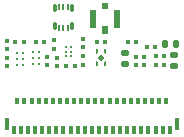
<source format=gbr>
%TF.GenerationSoftware,KiCad,Pcbnew,7.0.6*%
%TF.CreationDate,2023-09-10T10:28:08-04:00*%
%TF.ProjectId,headstage-neuropix1e,68656164-7374-4616-9765-2d6e6575726f,B*%
%TF.SameCoordinates,Original*%
%TF.FileFunction,Paste,Top*%
%TF.FilePolarity,Positive*%
%FSLAX46Y46*%
G04 Gerber Fmt 4.6, Leading zero omitted, Abs format (unit mm)*
G04 Created by KiCad (PCBNEW 7.0.6) date 2023-09-10 10:28:08*
%MOMM*%
%LPD*%
G01*
G04 APERTURE LIST*
G04 Aperture macros list*
%AMRoundRect*
0 Rectangle with rounded corners*
0 $1 Rounding radius*
0 $2 $3 $4 $5 $6 $7 $8 $9 X,Y pos of 4 corners*
0 Add a 4 corners polygon primitive as box body*
4,1,4,$2,$3,$4,$5,$6,$7,$8,$9,$2,$3,0*
0 Add four circle primitives for the rounded corners*
1,1,$1+$1,$2,$3*
1,1,$1+$1,$4,$5*
1,1,$1+$1,$6,$7*
1,1,$1+$1,$8,$9*
0 Add four rect primitives between the rounded corners*
20,1,$1+$1,$2,$3,$4,$5,0*
20,1,$1+$1,$4,$5,$6,$7,0*
20,1,$1+$1,$6,$7,$8,$9,0*
20,1,$1+$1,$8,$9,$2,$3,0*%
%AMRotRect*
0 Rectangle, with rotation*
0 The origin of the aperture is its center*
0 $1 length*
0 $2 width*
0 $3 Rotation angle, in degrees counterclockwise*
0 Add horizontal line*
21,1,$1,$2,0,0,$3*%
%AMFreePoly0*
4,1,6,0.180000,0.075000,0.000000,-0.105000,-0.220000,-0.105000,-0.220000,0.105000,0.180000,0.105000,0.180000,0.075000,0.180000,0.075000,$1*%
%AMFreePoly1*
4,1,6,0.180000,-0.075000,0.180000,-0.105000,-0.220000,-0.105000,-0.220000,0.105000,0.000000,0.105000,0.180000,-0.075000,0.180000,-0.075000,$1*%
%AMFreePoly2*
4,1,6,0.220000,-0.105000,0.000000,-0.105000,-0.180000,0.075000,-0.180000,0.105000,0.220000,0.105000,0.220000,-0.105000,0.220000,-0.105000,$1*%
%AMFreePoly3*
4,1,6,0.220000,-0.105000,-0.180000,-0.105000,-0.180000,-0.075000,0.000000,0.105000,0.220000,0.105000,0.220000,-0.105000,0.220000,-0.105000,$1*%
G04 Aperture macros list end*
%ADD10R,0.300000X0.650000*%
%ADD11R,0.300000X0.600000*%
%ADD12R,0.400000X1.000000*%
%ADD13RoundRect,0.079500X-0.079500X-0.100500X0.079500X-0.100500X0.079500X0.100500X-0.079500X0.100500X0*%
%ADD14RoundRect,0.079500X-0.100500X0.079500X-0.100500X-0.079500X0.100500X-0.079500X0.100500X0.079500X0*%
%ADD15RoundRect,0.009000X-0.081000X-0.233500X0.081000X-0.233500X0.081000X0.233500X-0.081000X0.233500X0*%
%ADD16RoundRect,0.011500X-0.103500X-0.256000X0.103500X-0.256000X0.103500X0.256000X-0.103500X0.256000X0*%
%ADD17R,0.500000X0.650000*%
%ADD18R,0.600000X1.500000*%
%ADD19R,0.500000X0.550000*%
%ADD20RoundRect,0.079500X0.100500X-0.079500X0.100500X0.079500X-0.100500X0.079500X-0.100500X-0.079500X0*%
%ADD21RoundRect,0.140000X-0.170000X0.140000X-0.170000X-0.140000X0.170000X-0.140000X0.170000X0.140000X0*%
%ADD22C,0.250000*%
%ADD23FreePoly0,90.000000*%
%ADD24FreePoly1,90.000000*%
%ADD25FreePoly2,90.000000*%
%ADD26FreePoly3,90.000000*%
%ADD27RotRect,0.450000X0.450000X135.000000*%
%ADD28RoundRect,0.079500X0.079500X0.100500X-0.079500X0.100500X-0.079500X-0.100500X0.079500X-0.100500X0*%
%ADD29RoundRect,0.140000X-0.140000X-0.170000X0.140000X-0.170000X0.140000X0.170000X-0.140000X0.170000X0*%
%ADD30RoundRect,0.050000X-0.250000X0.200000X-0.250000X-0.200000X0.250000X-0.200000X0.250000X0.200000X0*%
G04 APERTURE END LIST*
D10*
%TO.C,J2*%
X136000000Y-98025000D03*
D11*
X136300000Y-95550000D03*
D10*
X136600000Y-98025000D03*
D11*
X136900000Y-95550000D03*
D10*
X137200000Y-98025000D03*
D11*
X137500000Y-95550000D03*
D10*
X137800000Y-98025000D03*
D11*
X138100000Y-95550000D03*
D10*
X138400000Y-98025000D03*
D11*
X138700000Y-95550000D03*
D10*
X139000000Y-98025000D03*
D11*
X139300000Y-95550000D03*
D10*
X139600000Y-98025000D03*
D11*
X139900000Y-95550000D03*
D10*
X140200000Y-98025000D03*
D11*
X140500000Y-95550000D03*
D10*
X140800000Y-98025000D03*
D11*
X141100000Y-95550000D03*
D10*
X141400000Y-98025000D03*
D11*
X141700000Y-95550000D03*
D10*
X142000000Y-98025000D03*
D11*
X142300000Y-95550000D03*
D10*
X142600000Y-98025000D03*
D11*
X142900000Y-95550000D03*
D10*
X143200000Y-98025000D03*
D11*
X143500000Y-95550000D03*
D10*
X143800000Y-98025000D03*
D11*
X144100000Y-95550000D03*
D10*
X144400000Y-98025000D03*
D11*
X144700000Y-95550000D03*
D10*
X145000000Y-98025000D03*
D11*
X145300000Y-95550000D03*
D10*
X145600000Y-98025000D03*
D11*
X145900000Y-95550000D03*
D10*
X146200000Y-98025000D03*
D11*
X146500000Y-95550000D03*
D10*
X146800000Y-98025000D03*
D11*
X147100000Y-95550000D03*
D10*
X147400000Y-98025000D03*
D11*
X147700000Y-95550000D03*
D10*
X148000000Y-98025000D03*
D11*
X148300000Y-95550000D03*
D10*
X148600000Y-98025000D03*
D11*
X148900000Y-95550000D03*
D10*
X149200000Y-98025000D03*
D12*
X135400000Y-97525000D03*
X149800000Y-97525000D03*
%TD*%
D13*
%TO.C,R1*%
X137835000Y-90560000D03*
X138525000Y-90560000D03*
%TD*%
D14*
%TO.C,C19*%
X146350000Y-91855000D03*
X146350000Y-92545000D03*
%TD*%
D15*
%TO.C,J5*%
X139850000Y-89410000D03*
X139850000Y-87590000D03*
X140200000Y-89410000D03*
X140200000Y-87590000D03*
X140550000Y-89410000D03*
X140550000Y-87590000D03*
D16*
X139475000Y-89265000D03*
X139475000Y-87735000D03*
X140925000Y-89265000D03*
X140925000Y-87735000D03*
%TD*%
D17*
%TO.C,J1*%
X143700000Y-89575000D03*
D18*
X142700000Y-88600000D03*
D19*
X143700000Y-87575000D03*
D18*
X144700000Y-88600000D03*
%TD*%
D20*
%TO.C,R15*%
X139430000Y-91135000D03*
X139430000Y-90445000D03*
%TD*%
D14*
%TO.C,R12*%
X141850000Y-90305000D03*
X141850000Y-90995000D03*
%TD*%
D21*
%TO.C,C21*%
X145450000Y-91520000D03*
X145450000Y-92480000D03*
%TD*%
D22*
%TO.C,U2*%
X138090000Y-92420000D03*
X137590000Y-92420000D03*
X138090000Y-91920000D03*
X137590000Y-91920000D03*
X138090000Y-91420000D03*
X137590000Y-91420000D03*
%TD*%
D20*
%TO.C,C10*%
X135400000Y-91190000D03*
X135400000Y-90500000D03*
%TD*%
D22*
%TO.C,U6*%
X140400000Y-91800000D03*
X140400000Y-91400000D03*
X140400000Y-91000000D03*
X140800000Y-91800000D03*
X140800000Y-91400000D03*
X140800000Y-91000000D03*
%TD*%
D23*
%TO.C,U4*%
X143075000Y-92330000D03*
D24*
X143725000Y-92330000D03*
D25*
X143075000Y-91470000D03*
D26*
X143725000Y-91470000D03*
D27*
X143400000Y-91900000D03*
%TD*%
D14*
%TO.C,C23*%
X148750000Y-91805000D03*
X148750000Y-92495000D03*
%TD*%
D20*
%TO.C,R5*%
X135400000Y-92590000D03*
X135400000Y-91900000D03*
%TD*%
D14*
%TO.C,C20*%
X147050000Y-91855000D03*
X147050000Y-92545000D03*
%TD*%
D28*
%TO.C,R11*%
X141145000Y-92600000D03*
X140455000Y-92600000D03*
%TD*%
D20*
%TO.C,C28*%
X139650000Y-92595000D03*
X139650000Y-91905000D03*
%TD*%
D14*
%TO.C,R14*%
X138840000Y-91855000D03*
X138840000Y-92545000D03*
%TD*%
D22*
%TO.C,U3*%
X136740000Y-92500000D03*
X136240000Y-92500000D03*
X136740000Y-92000000D03*
X136240000Y-92000000D03*
X136740000Y-91500000D03*
X136240000Y-91500000D03*
%TD*%
D28*
%TO.C,L4*%
X147945000Y-91000000D03*
X147255000Y-91000000D03*
%TD*%
D14*
%TO.C,C22*%
X148000000Y-91805000D03*
X148000000Y-92495000D03*
%TD*%
D13*
%TO.C,C7*%
X143055000Y-90600000D03*
X143745000Y-90600000D03*
%TD*%
D29*
%TO.C,C24*%
X148800000Y-90725000D03*
X149760000Y-90725000D03*
%TD*%
D28*
%TO.C,R10*%
X146345000Y-90600000D03*
X145655000Y-90600000D03*
%TD*%
D14*
%TO.C,R13*%
X141850000Y-91805000D03*
X141850000Y-92495000D03*
%TD*%
D28*
%TO.C,R2*%
X136825000Y-90620000D03*
X136135000Y-90620000D03*
%TD*%
D30*
%TO.C,D1*%
X149600000Y-91700000D03*
X149600000Y-92600000D03*
%TD*%
M02*

</source>
